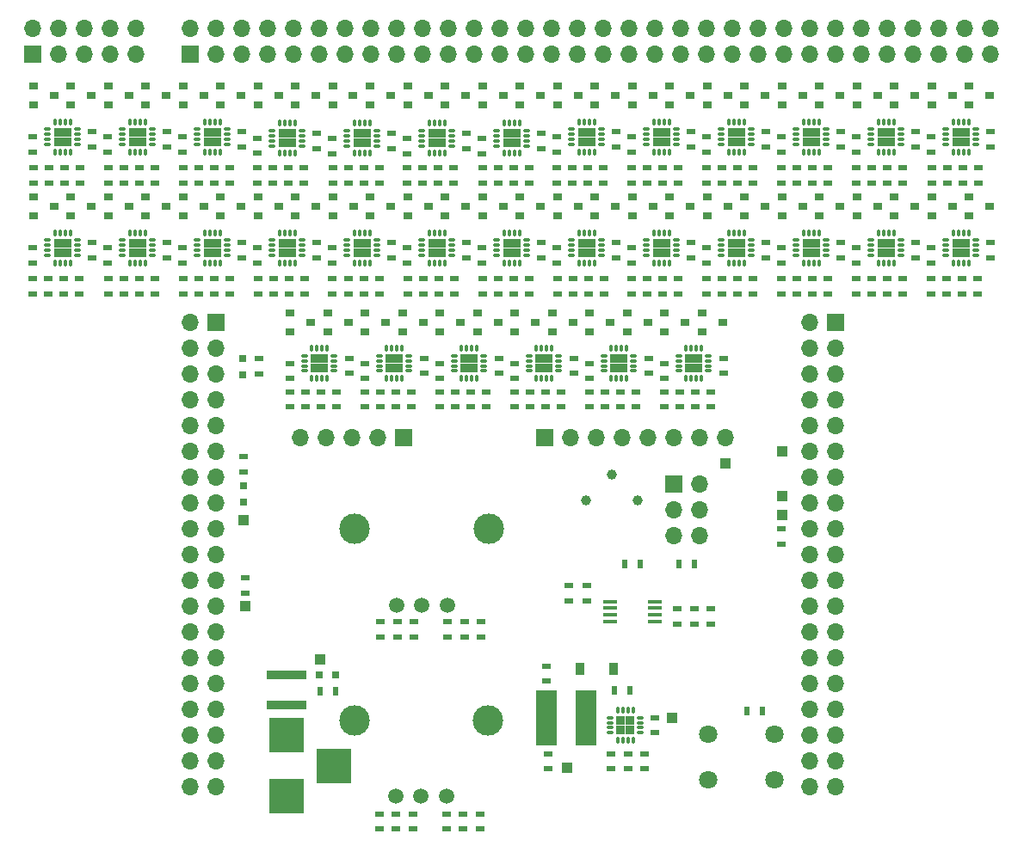
<source format=gbr>
G04 #@! TF.FileFunction,Soldermask,Top*
%FSLAX46Y46*%
G04 Gerber Fmt 4.6, Leading zero omitted, Abs format (unit mm)*
G04 Created by KiCad (PCBNEW 4.0.7-e2-6376~58~ubuntu17.04.1) date Wed Dec  6 15:02:30 2017*
%MOMM*%
%LPD*%
G01*
G04 APERTURE LIST*
%ADD10C,0.100000*%
%ADD11C,3.000000*%
%ADD12C,1.500000*%
%ADD13R,0.900000X0.500000*%
%ADD14C,1.800000*%
%ADD15R,0.800000X0.800000*%
%ADD16R,0.500000X0.900000*%
%ADD17R,1.000000X1.000000*%
%ADD18R,0.900000X1.200000*%
%ADD19O,0.750000X0.300000*%
%ADD20O,0.300000X0.750000*%
%ADD21R,0.900000X0.900000*%
%ADD22R,1.700000X1.700000*%
%ADD23O,1.700000X1.700000*%
%ADD24R,1.450000X0.450000*%
%ADD25R,2.150000X5.500000*%
%ADD26R,3.500000X3.500000*%
%ADD27C,1.000000*%
%ADD28R,0.900000X0.800000*%
%ADD29R,4.000000X0.900000*%
G04 APERTURE END LIST*
D10*
D11*
X34465000Y-52053000D03*
D12*
X43565000Y-59553000D03*
X38565000Y-59553000D03*
X41065000Y-59553000D03*
D11*
X47665000Y-52053000D03*
D13*
X40176000Y-81639000D03*
X40176000Y-80139000D03*
X36874000Y-81639000D03*
X36874000Y-80139000D03*
D14*
X75781000Y-72299000D03*
X75781000Y-76799000D03*
X69281000Y-72299000D03*
X69281000Y-76799000D03*
D13*
X2838000Y-18012000D03*
X2838000Y-16512000D03*
X38525000Y-81639000D03*
X38525000Y-80139000D03*
X24936000Y-28934000D03*
X24936000Y-27434000D03*
D15*
X23539000Y-49431000D03*
X23539000Y-47831000D03*
D13*
X23539000Y-46460000D03*
X23539000Y-44960000D03*
D16*
X73081000Y-70030500D03*
X74581000Y-70030500D03*
D13*
X46780000Y-81639000D03*
X46780000Y-80139000D03*
X45129000Y-81639000D03*
X45129000Y-80139000D03*
X37001000Y-62716000D03*
X37001000Y-61216000D03*
X45256000Y-62716000D03*
X45256000Y-61216000D03*
X46907000Y-62716000D03*
X46907000Y-61216000D03*
D17*
X31032000Y-64887000D03*
D18*
X56646000Y-65812000D03*
X59946000Y-65812000D03*
D19*
X7204000Y-25134000D03*
X7204000Y-24634000D03*
X7204000Y-24134000D03*
X7204000Y-23634000D03*
D20*
X6479000Y-22909000D03*
X5979000Y-22909000D03*
X5479000Y-22909000D03*
X4979000Y-22909000D03*
D19*
X4254000Y-23634000D03*
X4254000Y-24134000D03*
X4254000Y-24634000D03*
X4254000Y-25134000D03*
D20*
X4979000Y-25859000D03*
X5479000Y-25859000D03*
X5979000Y-25859000D03*
X6479000Y-25859000D03*
D21*
X5279000Y-23934000D03*
X5279000Y-24834000D03*
X6179000Y-23934000D03*
X6179000Y-24834000D03*
D13*
X66211000Y-59946000D03*
X66211000Y-61446000D03*
X67862000Y-59946000D03*
X67862000Y-61446000D03*
X69513000Y-59946000D03*
X69513000Y-61446000D03*
X59693000Y-74206000D03*
X59693000Y-75706000D03*
X61344000Y-74206000D03*
X61344000Y-75706000D03*
X62995000Y-74206000D03*
X62995000Y-75706000D03*
D15*
X30994000Y-66411000D03*
X32594000Y-66411000D03*
X23412000Y-36858000D03*
X23412000Y-35258000D03*
D22*
X18302000Y-5334000D03*
D23*
X18302000Y-2794000D03*
X20842000Y-5334000D03*
X20842000Y-2794000D03*
X23382000Y-5334000D03*
X23382000Y-2794000D03*
X25922000Y-5334000D03*
X25922000Y-2794000D03*
X28462000Y-5334000D03*
X28462000Y-2794000D03*
X31002000Y-5334000D03*
X31002000Y-2794000D03*
X33542000Y-5334000D03*
X33542000Y-2794000D03*
X36082000Y-5334000D03*
X36082000Y-2794000D03*
X38622000Y-5334000D03*
X38622000Y-2794000D03*
X41162000Y-5334000D03*
X41162000Y-2794000D03*
X43702000Y-5334000D03*
X43702000Y-2794000D03*
X46242000Y-5334000D03*
X46242000Y-2794000D03*
X48782000Y-5334000D03*
X48782000Y-2794000D03*
X51322000Y-5334000D03*
X51322000Y-2794000D03*
X53862000Y-5334000D03*
X53862000Y-2794000D03*
X56402000Y-5334000D03*
X56402000Y-2794000D03*
X58942000Y-5334000D03*
X58942000Y-2794000D03*
X61482000Y-5334000D03*
X61482000Y-2794000D03*
X64022000Y-5334000D03*
X64022000Y-2794000D03*
X66562000Y-5334000D03*
X66562000Y-2794000D03*
X69102000Y-5334000D03*
X69102000Y-2794000D03*
X71642000Y-5334000D03*
X71642000Y-2794000D03*
X74182000Y-5334000D03*
X74182000Y-2794000D03*
X76722000Y-5334000D03*
X76722000Y-2794000D03*
X79262000Y-5334000D03*
X79262000Y-2794000D03*
X81802000Y-5334000D03*
X81802000Y-2794000D03*
X84342000Y-5334000D03*
X84342000Y-2794000D03*
X86882000Y-5334000D03*
X86882000Y-2794000D03*
X89422000Y-5334000D03*
X89422000Y-2794000D03*
X91962000Y-5334000D03*
X91962000Y-2794000D03*
X94502000Y-5334000D03*
X94502000Y-2794000D03*
X97042000Y-5334000D03*
X97042000Y-2794000D03*
D22*
X65830000Y-47615000D03*
D23*
X68370000Y-47615000D03*
X65830000Y-50155000D03*
X68370000Y-50155000D03*
X65830000Y-52695000D03*
X68370000Y-52695000D03*
D22*
X39236200Y-43043000D03*
D23*
X36696200Y-43043000D03*
X34156200Y-43043000D03*
X31616200Y-43043000D03*
X29076200Y-43043000D03*
D22*
X2808000Y-5334000D03*
D23*
X2808000Y-2794000D03*
X5348000Y-5334000D03*
X5348000Y-2794000D03*
X7888000Y-5334000D03*
X7888000Y-2794000D03*
X10428000Y-5334000D03*
X10428000Y-2794000D03*
X12968000Y-5334000D03*
X12968000Y-2794000D03*
D22*
X20790000Y-31740000D03*
D23*
X18250000Y-31740000D03*
X20790000Y-34280000D03*
X18250000Y-34280000D03*
X20790000Y-36820000D03*
X18250000Y-36820000D03*
X20790000Y-39360000D03*
X18250000Y-39360000D03*
X20790000Y-41900000D03*
X18250000Y-41900000D03*
X20790000Y-44440000D03*
X18250000Y-44440000D03*
X20790000Y-46980000D03*
X18250000Y-46980000D03*
X20790000Y-49520000D03*
X18250000Y-49520000D03*
X20790000Y-52060000D03*
X18250000Y-52060000D03*
X20790000Y-54600000D03*
X18250000Y-54600000D03*
X20790000Y-57140000D03*
X18250000Y-57140000D03*
X20790000Y-59680000D03*
X18250000Y-59680000D03*
X20790000Y-62220000D03*
X18250000Y-62220000D03*
X20790000Y-64760000D03*
X18250000Y-64760000D03*
X20790000Y-67300000D03*
X18250000Y-67300000D03*
X20790000Y-69840000D03*
X18250000Y-69840000D03*
X20790000Y-72380000D03*
X18250000Y-72380000D03*
X20790000Y-74920000D03*
X18250000Y-74920000D03*
X20790000Y-77460000D03*
X18250000Y-77460000D03*
D22*
X81750000Y-31740000D03*
D23*
X79210000Y-31740000D03*
X81750000Y-34280000D03*
X79210000Y-34280000D03*
X81750000Y-36820000D03*
X79210000Y-36820000D03*
X81750000Y-39360000D03*
X79210000Y-39360000D03*
X81750000Y-41900000D03*
X79210000Y-41900000D03*
X81750000Y-44440000D03*
X79210000Y-44440000D03*
X81750000Y-46980000D03*
X79210000Y-46980000D03*
X81750000Y-49520000D03*
X79210000Y-49520000D03*
X81750000Y-52060000D03*
X79210000Y-52060000D03*
X81750000Y-54600000D03*
X79210000Y-54600000D03*
X81750000Y-57140000D03*
X79210000Y-57140000D03*
X81750000Y-59680000D03*
X79210000Y-59680000D03*
X81750000Y-62220000D03*
X79210000Y-62220000D03*
X81750000Y-64760000D03*
X79210000Y-64760000D03*
X81750000Y-67300000D03*
X79210000Y-67300000D03*
X81750000Y-69840000D03*
X79210000Y-69840000D03*
X81750000Y-72380000D03*
X79210000Y-72380000D03*
X81750000Y-74920000D03*
X79210000Y-74920000D03*
X81750000Y-77460000D03*
X79210000Y-77460000D03*
D13*
X57321000Y-57660000D03*
X57321000Y-59160000D03*
X55543000Y-57660000D03*
X55543000Y-59160000D03*
D16*
X61016000Y-55489000D03*
X62516000Y-55489000D03*
X67850000Y-55489000D03*
X66350000Y-55489000D03*
D13*
X5886000Y-18012000D03*
X5886000Y-16512000D03*
X7410000Y-18012000D03*
X7410000Y-16512000D03*
X8650000Y-14466000D03*
X8650000Y-12966000D03*
X2808000Y-14974000D03*
X2808000Y-13474000D03*
X4362000Y-18012000D03*
X4362000Y-16512000D03*
X5856000Y-28944000D03*
X5856000Y-27444000D03*
X7380000Y-28944000D03*
X7380000Y-27444000D03*
X8650000Y-25388000D03*
X8650000Y-23888000D03*
X2808000Y-25896000D03*
X2808000Y-24396000D03*
X2808000Y-28944000D03*
X2808000Y-27444000D03*
X4332000Y-28944000D03*
X4332000Y-27444000D03*
X13252000Y-18012000D03*
X13252000Y-16512000D03*
X14776000Y-18012000D03*
X14776000Y-16512000D03*
X16016000Y-14466000D03*
X16016000Y-12966000D03*
X10174000Y-14974000D03*
X10174000Y-13474000D03*
X10204000Y-18012000D03*
X10204000Y-16512000D03*
X11728000Y-18012000D03*
X11728000Y-16512000D03*
X13252000Y-28934000D03*
X13252000Y-27434000D03*
X14776000Y-28934000D03*
X14776000Y-27434000D03*
X16016000Y-25388000D03*
X16016000Y-23888000D03*
X10174000Y-25896000D03*
X10174000Y-24396000D03*
X10204000Y-28934000D03*
X10204000Y-27434000D03*
X11728000Y-28934000D03*
X11728000Y-27434000D03*
X20618000Y-18012000D03*
X20618000Y-16512000D03*
X22142000Y-18012000D03*
X22142000Y-16512000D03*
X23361200Y-14456000D03*
X23361200Y-12956000D03*
X17540000Y-14974000D03*
X17540000Y-13474000D03*
X17570000Y-18012000D03*
X17570000Y-16512000D03*
X19094000Y-18012000D03*
X19094000Y-16512000D03*
X20618000Y-28934000D03*
X20618000Y-27434000D03*
X22142000Y-28934000D03*
X22142000Y-27434000D03*
X23382000Y-25388000D03*
X23382000Y-23888000D03*
X17540000Y-25896000D03*
X17540000Y-24396000D03*
X17570000Y-28934000D03*
X17570000Y-27434000D03*
X19094000Y-28934000D03*
X19094000Y-27434000D03*
X27954000Y-18022000D03*
X27954000Y-16522000D03*
X29478000Y-18022000D03*
X29478000Y-16522000D03*
X30748000Y-14593000D03*
X30748000Y-13093000D03*
X24885200Y-15091000D03*
X24885200Y-13591000D03*
X24906000Y-18022000D03*
X24906000Y-16522000D03*
X26430000Y-18022000D03*
X26430000Y-16522000D03*
X27984000Y-28934000D03*
X27984000Y-27434000D03*
X29508000Y-28934000D03*
X29508000Y-27434000D03*
X30748000Y-25388000D03*
X30748000Y-23888000D03*
X24906000Y-25896000D03*
X24906000Y-24396000D03*
X26460000Y-28934000D03*
X26460000Y-27434000D03*
X35350000Y-18012000D03*
X35350000Y-16512000D03*
X36874000Y-18012000D03*
X36874000Y-16512000D03*
X38114000Y-14593000D03*
X38114000Y-13093000D03*
X32272000Y-15101000D03*
X32272000Y-13601000D03*
X32302000Y-18012000D03*
X32302000Y-16512000D03*
X33826000Y-18012000D03*
X33826000Y-16512000D03*
X35350000Y-28934000D03*
X35350000Y-27434000D03*
X36874000Y-28934000D03*
X36874000Y-27434000D03*
X38114000Y-25388000D03*
X38114000Y-23888000D03*
X32272000Y-25896000D03*
X32272000Y-24396000D03*
X32272000Y-28944000D03*
X32272000Y-27444000D03*
X33826000Y-28934000D03*
X33826000Y-27434000D03*
X42686000Y-18022000D03*
X42686000Y-16522000D03*
X44210000Y-18022000D03*
X44210000Y-16522000D03*
X45480000Y-14593000D03*
X45480000Y-13093000D03*
X39638000Y-15101000D03*
X39638000Y-13601000D03*
X39638000Y-18022000D03*
X39638000Y-16522000D03*
X41162000Y-18022000D03*
X41162000Y-16522000D03*
X42716000Y-28934000D03*
X42716000Y-27434000D03*
X44240000Y-28934000D03*
X44240000Y-27434000D03*
X45480000Y-25388000D03*
X45480000Y-23888000D03*
X39638000Y-25896000D03*
X39638000Y-24396000D03*
X39668000Y-28934000D03*
X39668000Y-27434000D03*
X41192000Y-28934000D03*
X41192000Y-27434000D03*
X50082000Y-18012000D03*
X50082000Y-16512000D03*
X51606000Y-18012000D03*
X51606000Y-16512000D03*
X52846000Y-14593000D03*
X52846000Y-13093000D03*
X47004000Y-15101000D03*
X47004000Y-13601000D03*
X47034000Y-18012000D03*
X47034000Y-16512000D03*
X48558000Y-18012000D03*
X48558000Y-16512000D03*
X50082000Y-28934000D03*
X50082000Y-27434000D03*
X51606000Y-28934000D03*
X51606000Y-27434000D03*
X52846000Y-25388000D03*
X52846000Y-23888000D03*
X47004000Y-25896000D03*
X47004000Y-24396000D03*
X47034000Y-28934000D03*
X47034000Y-27434000D03*
X48558000Y-28934000D03*
X48558000Y-27434000D03*
X57418000Y-18022000D03*
X57418000Y-16522000D03*
X58942000Y-18022000D03*
X58942000Y-16522000D03*
X60212000Y-14466000D03*
X60212000Y-12966000D03*
X54370000Y-14974000D03*
X54370000Y-13474000D03*
X54370000Y-18022000D03*
X54370000Y-16522000D03*
X55894000Y-18022000D03*
X55894000Y-16522000D03*
X57448000Y-28934000D03*
X57448000Y-27434000D03*
X58972000Y-28934000D03*
X58972000Y-27434000D03*
X60212000Y-25388000D03*
X60212000Y-23888000D03*
X54370000Y-25896000D03*
X54370000Y-24396000D03*
X54400000Y-28934000D03*
X54400000Y-27434000D03*
X55924000Y-28934000D03*
X55924000Y-27434000D03*
X67933600Y-40069200D03*
X67933600Y-38569200D03*
X69457600Y-40069200D03*
X69457600Y-38569200D03*
X70727600Y-36767200D03*
X70727600Y-35267200D03*
X64885600Y-37275200D03*
X64885600Y-35775200D03*
X64885600Y-40069200D03*
X64885600Y-38569200D03*
X66409600Y-40069200D03*
X66409600Y-38569200D03*
X60567600Y-40069200D03*
X60567600Y-38569200D03*
X62091600Y-40069200D03*
X62091600Y-38569200D03*
X63361600Y-36767200D03*
X63361600Y-35267200D03*
X57519600Y-37275200D03*
X57519600Y-35775200D03*
X57519600Y-40069200D03*
X57519600Y-38569200D03*
X59043600Y-40069200D03*
X59043600Y-38569200D03*
X53201600Y-40069200D03*
X53201600Y-38569200D03*
X54725600Y-40069200D03*
X54725600Y-38569200D03*
X55995600Y-36767200D03*
X55995600Y-35267200D03*
X50153600Y-37275200D03*
X50153600Y-35775200D03*
X50153600Y-40069200D03*
X50153600Y-38569200D03*
X51677600Y-40069200D03*
X51677600Y-38569200D03*
X45835600Y-40069200D03*
X45835600Y-38569200D03*
X47359600Y-40069200D03*
X47359600Y-38569200D03*
X48629600Y-36767200D03*
X48629600Y-35267200D03*
X42787600Y-37275200D03*
X42787600Y-35775200D03*
X42787600Y-40069200D03*
X42787600Y-38569200D03*
X44311600Y-40069200D03*
X44311600Y-38569200D03*
X38469600Y-40069200D03*
X38469600Y-38569200D03*
X39993600Y-40069200D03*
X39993600Y-38569200D03*
X41263600Y-36767200D03*
X41263600Y-35267200D03*
X35421600Y-37275200D03*
X35421600Y-35775200D03*
X35421600Y-40069200D03*
X35421600Y-38569200D03*
X36945600Y-40069200D03*
X36945600Y-38569200D03*
X31103600Y-40069200D03*
X31103600Y-38569200D03*
X32627600Y-40069200D03*
X32627600Y-38569200D03*
X33897600Y-36767200D03*
X33897600Y-35267200D03*
X28055600Y-37275200D03*
X28055600Y-35775200D03*
X28055600Y-40069200D03*
X28055600Y-38569200D03*
X29579600Y-40069200D03*
X29579600Y-38569200D03*
X94248000Y-28944000D03*
X94248000Y-27444000D03*
X95772000Y-28944000D03*
X95772000Y-27444000D03*
X97042000Y-25388000D03*
X97042000Y-23888000D03*
X91200000Y-25896000D03*
X91200000Y-24396000D03*
X91200000Y-28944000D03*
X91200000Y-27444000D03*
X92724000Y-28944000D03*
X92724000Y-27444000D03*
X94278000Y-18012000D03*
X94278000Y-16512000D03*
X95802000Y-18012000D03*
X95802000Y-16512000D03*
X97042000Y-14466000D03*
X97042000Y-12966000D03*
X91200000Y-14974000D03*
X91200000Y-13474000D03*
X91230000Y-18012000D03*
X91230000Y-16512000D03*
X92754000Y-18012000D03*
X92754000Y-16512000D03*
X86882000Y-28944000D03*
X86882000Y-27444000D03*
X88406000Y-28944000D03*
X88406000Y-27444000D03*
X89676000Y-25388000D03*
X89676000Y-23888000D03*
X83834000Y-25896000D03*
X83834000Y-24396000D03*
X83834000Y-28944000D03*
X83834000Y-27444000D03*
X85358000Y-28944000D03*
X85358000Y-27444000D03*
X86882000Y-18022000D03*
X86882000Y-16522000D03*
X88406000Y-18022000D03*
X88406000Y-16522000D03*
X89676000Y-14466000D03*
X89676000Y-12966000D03*
X83834000Y-14974000D03*
X83834000Y-13474000D03*
X83834000Y-18022000D03*
X83834000Y-16522000D03*
X85358000Y-18022000D03*
X85358000Y-16522000D03*
X79516000Y-28944000D03*
X79516000Y-27444000D03*
X81040000Y-28944000D03*
X81040000Y-27444000D03*
X82310000Y-25388000D03*
X82310000Y-23888000D03*
X76468000Y-25896000D03*
X76468000Y-24396000D03*
X76468000Y-28944000D03*
X76468000Y-27444000D03*
X77992000Y-28944000D03*
X77992000Y-27444000D03*
X79516000Y-18022000D03*
X79516000Y-16522000D03*
X81040000Y-18022000D03*
X81040000Y-16522000D03*
X82310000Y-14466000D03*
X82310000Y-12966000D03*
X76468000Y-14974000D03*
X76468000Y-13474000D03*
X76468000Y-18022000D03*
X76468000Y-16522000D03*
X77992000Y-18022000D03*
X77992000Y-16522000D03*
X72150000Y-28944000D03*
X72150000Y-27444000D03*
X73674000Y-28944000D03*
X73674000Y-27444000D03*
X74944000Y-25388000D03*
X74944000Y-23888000D03*
X69102000Y-25896000D03*
X69102000Y-24396000D03*
X69102000Y-28944000D03*
X69102000Y-27444000D03*
X70626000Y-28944000D03*
X70626000Y-27444000D03*
X72150000Y-18022000D03*
X72150000Y-16522000D03*
X73674000Y-18022000D03*
X73674000Y-16522000D03*
X74923200Y-14456000D03*
X74923200Y-12956000D03*
X69102000Y-14974000D03*
X69102000Y-13474000D03*
X69102000Y-18022000D03*
X69102000Y-16522000D03*
X70626000Y-18022000D03*
X70626000Y-16522000D03*
X64784000Y-28944000D03*
X64784000Y-27444000D03*
X66308000Y-28944000D03*
X66308000Y-27444000D03*
X67578000Y-25388000D03*
X67578000Y-23888000D03*
X61736000Y-25896000D03*
X61736000Y-24396000D03*
X61736000Y-28944000D03*
X61736000Y-27444000D03*
X63260000Y-28944000D03*
X63260000Y-27444000D03*
X64784000Y-18022000D03*
X64784000Y-16522000D03*
X66308000Y-18022000D03*
X66308000Y-16522000D03*
X67578000Y-14466000D03*
X67578000Y-12966000D03*
X61736000Y-14974000D03*
X61736000Y-13474000D03*
X61736000Y-18022000D03*
X61736000Y-16522000D03*
X63260000Y-18022000D03*
X63260000Y-16522000D03*
X64011000Y-72150000D03*
X64011000Y-70650000D03*
D16*
X32544000Y-68062000D03*
X31044000Y-68062000D03*
D13*
X25063000Y-35308000D03*
X25063000Y-36808000D03*
X23666000Y-56898000D03*
X23666000Y-58398000D03*
X76468000Y-53582000D03*
X76468000Y-52082000D03*
X43478000Y-81639000D03*
X43478000Y-80139000D03*
X43605000Y-62716000D03*
X43605000Y-61216000D03*
X40303000Y-62716000D03*
X40303000Y-61216000D03*
X38652000Y-62716000D03*
X38652000Y-61216000D03*
D17*
X65662000Y-70638000D03*
X23539000Y-51171000D03*
X55375000Y-75591000D03*
X76498000Y-48821500D03*
X76498000Y-44440000D03*
X23666000Y-59680000D03*
X76498000Y-50663000D03*
D19*
X14570000Y-14212000D03*
X14570000Y-13712000D03*
X14570000Y-13212000D03*
X14570000Y-12712000D03*
D20*
X13845000Y-11987000D03*
X13345000Y-11987000D03*
X12845000Y-11987000D03*
X12345000Y-11987000D03*
D19*
X11620000Y-12712000D03*
X11620000Y-13212000D03*
X11620000Y-13712000D03*
X11620000Y-14212000D03*
D20*
X12345000Y-14937000D03*
X12845000Y-14937000D03*
X13345000Y-14937000D03*
X13845000Y-14937000D03*
D21*
X12645000Y-13012000D03*
X12645000Y-13912000D03*
X13545000Y-13012000D03*
X13545000Y-13912000D03*
D19*
X14570000Y-25134000D03*
X14570000Y-24634000D03*
X14570000Y-24134000D03*
X14570000Y-23634000D03*
D20*
X13845000Y-22909000D03*
X13345000Y-22909000D03*
X12845000Y-22909000D03*
X12345000Y-22909000D03*
D19*
X11620000Y-23634000D03*
X11620000Y-24134000D03*
X11620000Y-24634000D03*
X11620000Y-25134000D03*
D20*
X12345000Y-25859000D03*
X12845000Y-25859000D03*
X13345000Y-25859000D03*
X13845000Y-25859000D03*
D21*
X12645000Y-23934000D03*
X12645000Y-24834000D03*
X13545000Y-23934000D03*
X13545000Y-24834000D03*
D19*
X21936000Y-14212000D03*
X21936000Y-13712000D03*
X21936000Y-13212000D03*
X21936000Y-12712000D03*
D20*
X21211000Y-11987000D03*
X20711000Y-11987000D03*
X20211000Y-11987000D03*
X19711000Y-11987000D03*
D19*
X18986000Y-12712000D03*
X18986000Y-13212000D03*
X18986000Y-13712000D03*
X18986000Y-14212000D03*
D20*
X19711000Y-14937000D03*
X20211000Y-14937000D03*
X20711000Y-14937000D03*
X21211000Y-14937000D03*
D21*
X20011000Y-13012000D03*
X20011000Y-13912000D03*
X20911000Y-13012000D03*
X20911000Y-13912000D03*
D19*
X21936000Y-25134000D03*
X21936000Y-24634000D03*
X21936000Y-24134000D03*
X21936000Y-23634000D03*
D20*
X21211000Y-22909000D03*
X20711000Y-22909000D03*
X20211000Y-22909000D03*
X19711000Y-22909000D03*
D19*
X18986000Y-23634000D03*
X18986000Y-24134000D03*
X18986000Y-24634000D03*
X18986000Y-25134000D03*
D20*
X19711000Y-25859000D03*
X20211000Y-25859000D03*
X20711000Y-25859000D03*
X21211000Y-25859000D03*
D21*
X20011000Y-23934000D03*
X20011000Y-24834000D03*
X20911000Y-23934000D03*
X20911000Y-24834000D03*
D19*
X29302000Y-14339000D03*
X29302000Y-13839000D03*
X29302000Y-13339000D03*
X29302000Y-12839000D03*
D20*
X28577000Y-12114000D03*
X28077000Y-12114000D03*
X27577000Y-12114000D03*
X27077000Y-12114000D03*
D19*
X26352000Y-12839000D03*
X26352000Y-13339000D03*
X26352000Y-13839000D03*
X26352000Y-14339000D03*
D20*
X27077000Y-15064000D03*
X27577000Y-15064000D03*
X28077000Y-15064000D03*
X28577000Y-15064000D03*
D21*
X27377000Y-13139000D03*
X27377000Y-14039000D03*
X28277000Y-13139000D03*
X28277000Y-14039000D03*
D19*
X29302000Y-25134000D03*
X29302000Y-24634000D03*
X29302000Y-24134000D03*
X29302000Y-23634000D03*
D20*
X28577000Y-22909000D03*
X28077000Y-22909000D03*
X27577000Y-22909000D03*
X27077000Y-22909000D03*
D19*
X26352000Y-23634000D03*
X26352000Y-24134000D03*
X26352000Y-24634000D03*
X26352000Y-25134000D03*
D20*
X27077000Y-25859000D03*
X27577000Y-25859000D03*
X28077000Y-25859000D03*
X28577000Y-25859000D03*
D21*
X27377000Y-23934000D03*
X27377000Y-24834000D03*
X28277000Y-23934000D03*
X28277000Y-24834000D03*
D19*
X36668000Y-14339000D03*
X36668000Y-13839000D03*
X36668000Y-13339000D03*
X36668000Y-12839000D03*
D20*
X35943000Y-12114000D03*
X35443000Y-12114000D03*
X34943000Y-12114000D03*
X34443000Y-12114000D03*
D19*
X33718000Y-12839000D03*
X33718000Y-13339000D03*
X33718000Y-13839000D03*
X33718000Y-14339000D03*
D20*
X34443000Y-15064000D03*
X34943000Y-15064000D03*
X35443000Y-15064000D03*
X35943000Y-15064000D03*
D21*
X34743000Y-13139000D03*
X34743000Y-14039000D03*
X35643000Y-13139000D03*
X35643000Y-14039000D03*
D19*
X36668000Y-25134000D03*
X36668000Y-24634000D03*
X36668000Y-24134000D03*
X36668000Y-23634000D03*
D20*
X35943000Y-22909000D03*
X35443000Y-22909000D03*
X34943000Y-22909000D03*
X34443000Y-22909000D03*
D19*
X33718000Y-23634000D03*
X33718000Y-24134000D03*
X33718000Y-24634000D03*
X33718000Y-25134000D03*
D20*
X34443000Y-25859000D03*
X34943000Y-25859000D03*
X35443000Y-25859000D03*
X35943000Y-25859000D03*
D21*
X34743000Y-23934000D03*
X34743000Y-24834000D03*
X35643000Y-23934000D03*
X35643000Y-24834000D03*
D19*
X44034000Y-14339000D03*
X44034000Y-13839000D03*
X44034000Y-13339000D03*
X44034000Y-12839000D03*
D20*
X43309000Y-12114000D03*
X42809000Y-12114000D03*
X42309000Y-12114000D03*
X41809000Y-12114000D03*
D19*
X41084000Y-12839000D03*
X41084000Y-13339000D03*
X41084000Y-13839000D03*
X41084000Y-14339000D03*
D20*
X41809000Y-15064000D03*
X42309000Y-15064000D03*
X42809000Y-15064000D03*
X43309000Y-15064000D03*
D21*
X42109000Y-13139000D03*
X42109000Y-14039000D03*
X43009000Y-13139000D03*
X43009000Y-14039000D03*
D19*
X44034000Y-25134000D03*
X44034000Y-24634000D03*
X44034000Y-24134000D03*
X44034000Y-23634000D03*
D20*
X43309000Y-22909000D03*
X42809000Y-22909000D03*
X42309000Y-22909000D03*
X41809000Y-22909000D03*
D19*
X41084000Y-23634000D03*
X41084000Y-24134000D03*
X41084000Y-24634000D03*
X41084000Y-25134000D03*
D20*
X41809000Y-25859000D03*
X42309000Y-25859000D03*
X42809000Y-25859000D03*
X43309000Y-25859000D03*
D21*
X42109000Y-23934000D03*
X42109000Y-24834000D03*
X43009000Y-23934000D03*
X43009000Y-24834000D03*
D19*
X51400000Y-14339000D03*
X51400000Y-13839000D03*
X51400000Y-13339000D03*
X51400000Y-12839000D03*
D20*
X50675000Y-12114000D03*
X50175000Y-12114000D03*
X49675000Y-12114000D03*
X49175000Y-12114000D03*
D19*
X48450000Y-12839000D03*
X48450000Y-13339000D03*
X48450000Y-13839000D03*
X48450000Y-14339000D03*
D20*
X49175000Y-15064000D03*
X49675000Y-15064000D03*
X50175000Y-15064000D03*
X50675000Y-15064000D03*
D21*
X49475000Y-13139000D03*
X49475000Y-14039000D03*
X50375000Y-13139000D03*
X50375000Y-14039000D03*
D19*
X51400000Y-25134000D03*
X51400000Y-24634000D03*
X51400000Y-24134000D03*
X51400000Y-23634000D03*
D20*
X50675000Y-22909000D03*
X50175000Y-22909000D03*
X49675000Y-22909000D03*
X49175000Y-22909000D03*
D19*
X48450000Y-23634000D03*
X48450000Y-24134000D03*
X48450000Y-24634000D03*
X48450000Y-25134000D03*
D20*
X49175000Y-25859000D03*
X49675000Y-25859000D03*
X50175000Y-25859000D03*
X50675000Y-25859000D03*
D21*
X49475000Y-23934000D03*
X49475000Y-24834000D03*
X50375000Y-23934000D03*
X50375000Y-24834000D03*
D19*
X58766000Y-14212000D03*
X58766000Y-13712000D03*
X58766000Y-13212000D03*
X58766000Y-12712000D03*
D20*
X58041000Y-11987000D03*
X57541000Y-11987000D03*
X57041000Y-11987000D03*
X56541000Y-11987000D03*
D19*
X55816000Y-12712000D03*
X55816000Y-13212000D03*
X55816000Y-13712000D03*
X55816000Y-14212000D03*
D20*
X56541000Y-14937000D03*
X57041000Y-14937000D03*
X57541000Y-14937000D03*
X58041000Y-14937000D03*
D21*
X56841000Y-13012000D03*
X56841000Y-13912000D03*
X57741000Y-13012000D03*
X57741000Y-13912000D03*
D19*
X58766000Y-25134000D03*
X58766000Y-24634000D03*
X58766000Y-24134000D03*
X58766000Y-23634000D03*
D20*
X58041000Y-22909000D03*
X57541000Y-22909000D03*
X57041000Y-22909000D03*
X56541000Y-22909000D03*
D19*
X55816000Y-23634000D03*
X55816000Y-24134000D03*
X55816000Y-24634000D03*
X55816000Y-25134000D03*
D20*
X56541000Y-25859000D03*
X57041000Y-25859000D03*
X57541000Y-25859000D03*
X58041000Y-25859000D03*
D21*
X56841000Y-23934000D03*
X56841000Y-24834000D03*
X57741000Y-23934000D03*
X57741000Y-24834000D03*
D19*
X66132000Y-14212000D03*
X66132000Y-13712000D03*
X66132000Y-13212000D03*
X66132000Y-12712000D03*
D20*
X65407000Y-11987000D03*
X64907000Y-11987000D03*
X64407000Y-11987000D03*
X63907000Y-11987000D03*
D19*
X63182000Y-12712000D03*
X63182000Y-13212000D03*
X63182000Y-13712000D03*
X63182000Y-14212000D03*
D20*
X63907000Y-14937000D03*
X64407000Y-14937000D03*
X64907000Y-14937000D03*
X65407000Y-14937000D03*
D21*
X64207000Y-13012000D03*
X64207000Y-13912000D03*
X65107000Y-13012000D03*
X65107000Y-13912000D03*
D19*
X66132000Y-25134000D03*
X66132000Y-24634000D03*
X66132000Y-24134000D03*
X66132000Y-23634000D03*
D20*
X65407000Y-22909000D03*
X64907000Y-22909000D03*
X64407000Y-22909000D03*
X63907000Y-22909000D03*
D19*
X63182000Y-23634000D03*
X63182000Y-24134000D03*
X63182000Y-24634000D03*
X63182000Y-25134000D03*
D20*
X63907000Y-25859000D03*
X64407000Y-25859000D03*
X64907000Y-25859000D03*
X65407000Y-25859000D03*
D21*
X64207000Y-23934000D03*
X64207000Y-24834000D03*
X65107000Y-23934000D03*
X65107000Y-24834000D03*
D19*
X73498000Y-14212000D03*
X73498000Y-13712000D03*
X73498000Y-13212000D03*
X73498000Y-12712000D03*
D20*
X72773000Y-11987000D03*
X72273000Y-11987000D03*
X71773000Y-11987000D03*
X71273000Y-11987000D03*
D19*
X70548000Y-12712000D03*
X70548000Y-13212000D03*
X70548000Y-13712000D03*
X70548000Y-14212000D03*
D20*
X71273000Y-14937000D03*
X71773000Y-14937000D03*
X72273000Y-14937000D03*
X72773000Y-14937000D03*
D21*
X71573000Y-13012000D03*
X71573000Y-13912000D03*
X72473000Y-13012000D03*
X72473000Y-13912000D03*
D19*
X73498000Y-25134000D03*
X73498000Y-24634000D03*
X73498000Y-24134000D03*
X73498000Y-23634000D03*
D20*
X72773000Y-22909000D03*
X72273000Y-22909000D03*
X71773000Y-22909000D03*
X71273000Y-22909000D03*
D19*
X70548000Y-23634000D03*
X70548000Y-24134000D03*
X70548000Y-24634000D03*
X70548000Y-25134000D03*
D20*
X71273000Y-25859000D03*
X71773000Y-25859000D03*
X72273000Y-25859000D03*
X72773000Y-25859000D03*
D21*
X71573000Y-23934000D03*
X71573000Y-24834000D03*
X72473000Y-23934000D03*
X72473000Y-24834000D03*
D19*
X80864000Y-14212000D03*
X80864000Y-13712000D03*
X80864000Y-13212000D03*
X80864000Y-12712000D03*
D20*
X80139000Y-11987000D03*
X79639000Y-11987000D03*
X79139000Y-11987000D03*
X78639000Y-11987000D03*
D19*
X77914000Y-12712000D03*
X77914000Y-13212000D03*
X77914000Y-13712000D03*
X77914000Y-14212000D03*
D20*
X78639000Y-14937000D03*
X79139000Y-14937000D03*
X79639000Y-14937000D03*
X80139000Y-14937000D03*
D21*
X78939000Y-13012000D03*
X78939000Y-13912000D03*
X79839000Y-13012000D03*
X79839000Y-13912000D03*
D19*
X80864000Y-25134000D03*
X80864000Y-24634000D03*
X80864000Y-24134000D03*
X80864000Y-23634000D03*
D20*
X80139000Y-22909000D03*
X79639000Y-22909000D03*
X79139000Y-22909000D03*
X78639000Y-22909000D03*
D19*
X77914000Y-23634000D03*
X77914000Y-24134000D03*
X77914000Y-24634000D03*
X77914000Y-25134000D03*
D20*
X78639000Y-25859000D03*
X79139000Y-25859000D03*
X79639000Y-25859000D03*
X80139000Y-25859000D03*
D21*
X78939000Y-23934000D03*
X78939000Y-24834000D03*
X79839000Y-23934000D03*
X79839000Y-24834000D03*
D19*
X88230000Y-14212000D03*
X88230000Y-13712000D03*
X88230000Y-13212000D03*
X88230000Y-12712000D03*
D20*
X87505000Y-11987000D03*
X87005000Y-11987000D03*
X86505000Y-11987000D03*
X86005000Y-11987000D03*
D19*
X85280000Y-12712000D03*
X85280000Y-13212000D03*
X85280000Y-13712000D03*
X85280000Y-14212000D03*
D20*
X86005000Y-14937000D03*
X86505000Y-14937000D03*
X87005000Y-14937000D03*
X87505000Y-14937000D03*
D21*
X86305000Y-13012000D03*
X86305000Y-13912000D03*
X87205000Y-13012000D03*
X87205000Y-13912000D03*
D19*
X88230000Y-25134000D03*
X88230000Y-24634000D03*
X88230000Y-24134000D03*
X88230000Y-23634000D03*
D20*
X87505000Y-22909000D03*
X87005000Y-22909000D03*
X86505000Y-22909000D03*
X86005000Y-22909000D03*
D19*
X85280000Y-23634000D03*
X85280000Y-24134000D03*
X85280000Y-24634000D03*
X85280000Y-25134000D03*
D20*
X86005000Y-25859000D03*
X86505000Y-25859000D03*
X87005000Y-25859000D03*
X87505000Y-25859000D03*
D21*
X86305000Y-23934000D03*
X86305000Y-24834000D03*
X87205000Y-23934000D03*
X87205000Y-24834000D03*
D19*
X95596000Y-14212000D03*
X95596000Y-13712000D03*
X95596000Y-13212000D03*
X95596000Y-12712000D03*
D20*
X94871000Y-11987000D03*
X94371000Y-11987000D03*
X93871000Y-11987000D03*
X93371000Y-11987000D03*
D19*
X92646000Y-12712000D03*
X92646000Y-13212000D03*
X92646000Y-13712000D03*
X92646000Y-14212000D03*
D20*
X93371000Y-14937000D03*
X93871000Y-14937000D03*
X94371000Y-14937000D03*
X94871000Y-14937000D03*
D21*
X93671000Y-13012000D03*
X93671000Y-13912000D03*
X94571000Y-13012000D03*
X94571000Y-13912000D03*
D19*
X95596000Y-25134000D03*
X95596000Y-24634000D03*
X95596000Y-24134000D03*
X95596000Y-23634000D03*
D20*
X94871000Y-22909000D03*
X94371000Y-22909000D03*
X93871000Y-22909000D03*
X93371000Y-22909000D03*
D19*
X92646000Y-23634000D03*
X92646000Y-24134000D03*
X92646000Y-24634000D03*
X92646000Y-25134000D03*
D20*
X93371000Y-25859000D03*
X93871000Y-25859000D03*
X94371000Y-25859000D03*
X94871000Y-25859000D03*
D21*
X93671000Y-23934000D03*
X93671000Y-24834000D03*
X94571000Y-23934000D03*
X94571000Y-24834000D03*
D19*
X32451600Y-36513200D03*
X32451600Y-36013200D03*
X32451600Y-35513200D03*
X32451600Y-35013200D03*
D20*
X31726600Y-34288200D03*
X31226600Y-34288200D03*
X30726600Y-34288200D03*
X30226600Y-34288200D03*
D19*
X29501600Y-35013200D03*
X29501600Y-35513200D03*
X29501600Y-36013200D03*
X29501600Y-36513200D03*
D20*
X30226600Y-37238200D03*
X30726600Y-37238200D03*
X31226600Y-37238200D03*
X31726600Y-37238200D03*
D21*
X30526600Y-35313200D03*
X30526600Y-36213200D03*
X31426600Y-35313200D03*
X31426600Y-36213200D03*
D19*
X39817600Y-36513200D03*
X39817600Y-36013200D03*
X39817600Y-35513200D03*
X39817600Y-35013200D03*
D20*
X39092600Y-34288200D03*
X38592600Y-34288200D03*
X38092600Y-34288200D03*
X37592600Y-34288200D03*
D19*
X36867600Y-35013200D03*
X36867600Y-35513200D03*
X36867600Y-36013200D03*
X36867600Y-36513200D03*
D20*
X37592600Y-37238200D03*
X38092600Y-37238200D03*
X38592600Y-37238200D03*
X39092600Y-37238200D03*
D21*
X37892600Y-35313200D03*
X37892600Y-36213200D03*
X38792600Y-35313200D03*
X38792600Y-36213200D03*
D19*
X47183600Y-36513200D03*
X47183600Y-36013200D03*
X47183600Y-35513200D03*
X47183600Y-35013200D03*
D20*
X46458600Y-34288200D03*
X45958600Y-34288200D03*
X45458600Y-34288200D03*
X44958600Y-34288200D03*
D19*
X44233600Y-35013200D03*
X44233600Y-35513200D03*
X44233600Y-36013200D03*
X44233600Y-36513200D03*
D20*
X44958600Y-37238200D03*
X45458600Y-37238200D03*
X45958600Y-37238200D03*
X46458600Y-37238200D03*
D21*
X45258600Y-35313200D03*
X45258600Y-36213200D03*
X46158600Y-35313200D03*
X46158600Y-36213200D03*
D19*
X54549600Y-36513200D03*
X54549600Y-36013200D03*
X54549600Y-35513200D03*
X54549600Y-35013200D03*
D20*
X53824600Y-34288200D03*
X53324600Y-34288200D03*
X52824600Y-34288200D03*
X52324600Y-34288200D03*
D19*
X51599600Y-35013200D03*
X51599600Y-35513200D03*
X51599600Y-36013200D03*
X51599600Y-36513200D03*
D20*
X52324600Y-37238200D03*
X52824600Y-37238200D03*
X53324600Y-37238200D03*
X53824600Y-37238200D03*
D21*
X52624600Y-35313200D03*
X52624600Y-36213200D03*
X53524600Y-35313200D03*
X53524600Y-36213200D03*
D19*
X61915600Y-36513200D03*
X61915600Y-36013200D03*
X61915600Y-35513200D03*
X61915600Y-35013200D03*
D20*
X61190600Y-34288200D03*
X60690600Y-34288200D03*
X60190600Y-34288200D03*
X59690600Y-34288200D03*
D19*
X58965600Y-35013200D03*
X58965600Y-35513200D03*
X58965600Y-36013200D03*
X58965600Y-36513200D03*
D20*
X59690600Y-37238200D03*
X60190600Y-37238200D03*
X60690600Y-37238200D03*
X61190600Y-37238200D03*
D21*
X59990600Y-35313200D03*
X59990600Y-36213200D03*
X60890600Y-35313200D03*
X60890600Y-36213200D03*
D19*
X69281600Y-36513200D03*
X69281600Y-36013200D03*
X69281600Y-35513200D03*
X69281600Y-35013200D03*
D20*
X68556600Y-34288200D03*
X68056600Y-34288200D03*
X67556600Y-34288200D03*
X67056600Y-34288200D03*
D19*
X66331600Y-35013200D03*
X66331600Y-35513200D03*
X66331600Y-36013200D03*
X66331600Y-36513200D03*
D20*
X67056600Y-37238200D03*
X67556600Y-37238200D03*
X68056600Y-37238200D03*
X68556600Y-37238200D03*
D21*
X67356600Y-35313200D03*
X67356600Y-36213200D03*
X68256600Y-35313200D03*
X68256600Y-36213200D03*
D20*
X60340000Y-72875000D03*
X60840000Y-72875000D03*
X61340000Y-72875000D03*
X61840000Y-72875000D03*
D19*
X62565000Y-72150000D03*
X62565000Y-71650000D03*
X62565000Y-71150000D03*
X62565000Y-70650000D03*
D20*
X61840000Y-69925000D03*
X61340000Y-69925000D03*
X60840000Y-69925000D03*
X60340000Y-69925000D03*
D19*
X59615000Y-70650000D03*
X59615000Y-71150000D03*
X59615000Y-71650000D03*
X59615000Y-72150000D03*
D21*
X61540000Y-70950000D03*
X60640000Y-70950000D03*
X61540000Y-71850000D03*
X60640000Y-71850000D03*
D19*
X7204000Y-14212000D03*
X7204000Y-13712000D03*
X7204000Y-13212000D03*
X7204000Y-12712000D03*
D20*
X6479000Y-11987000D03*
X5979000Y-11987000D03*
X5479000Y-11987000D03*
X4979000Y-11987000D03*
D19*
X4254000Y-12712000D03*
X4254000Y-13212000D03*
X4254000Y-13712000D03*
X4254000Y-14212000D03*
D20*
X4979000Y-14937000D03*
X5479000Y-14937000D03*
X5979000Y-14937000D03*
X6479000Y-14937000D03*
D21*
X5279000Y-13012000D03*
X5279000Y-13912000D03*
X6179000Y-13012000D03*
X6179000Y-13912000D03*
D24*
X59566000Y-59213000D03*
X59566000Y-59863000D03*
X59566000Y-60513000D03*
X59566000Y-61163000D03*
X63966000Y-61163000D03*
X63966000Y-60513000D03*
X63966000Y-59863000D03*
X63966000Y-59213000D03*
D16*
X60022500Y-67971000D03*
X61522500Y-67971000D03*
D13*
X53343000Y-67070000D03*
X53343000Y-65570000D03*
X53470000Y-74206000D03*
X53470000Y-75706000D03*
D25*
X53362000Y-70638000D03*
X57212000Y-70638000D03*
D11*
X34400000Y-70900000D03*
D12*
X43500000Y-78400000D03*
X38500000Y-78400000D03*
X41000000Y-78400000D03*
D11*
X47600000Y-70900000D03*
D22*
X53130000Y-43043000D03*
D23*
X55670000Y-43043000D03*
X58210000Y-43043000D03*
X60750000Y-43043000D03*
X63290000Y-43043000D03*
X65830000Y-43043000D03*
X68370000Y-43043000D03*
X70910000Y-43043000D03*
D26*
X27730000Y-72380000D03*
X27730000Y-78380000D03*
X32430000Y-75380000D03*
D27*
X62274000Y-49266000D03*
X57194000Y-49266000D03*
X59734000Y-46726000D03*
D17*
X70910000Y-45583000D03*
D28*
X6537000Y-8438000D03*
X6537000Y-10338000D03*
X8537000Y-9388000D03*
X2854000Y-8438000D03*
X2854000Y-10338000D03*
X4854000Y-9388000D03*
X6537000Y-19360000D03*
X6537000Y-21260000D03*
X8537000Y-20310000D03*
X2854000Y-19360000D03*
X2854000Y-21260000D03*
X4854000Y-20310000D03*
X13903000Y-8438000D03*
X13903000Y-10338000D03*
X15903000Y-9388000D03*
X10220000Y-8438000D03*
X10220000Y-10338000D03*
X12220000Y-9388000D03*
X13903000Y-19360000D03*
X13903000Y-21260000D03*
X15903000Y-20310000D03*
X10220000Y-19360000D03*
X10220000Y-21260000D03*
X12220000Y-20310000D03*
X21269000Y-8438000D03*
X21269000Y-10338000D03*
X23269000Y-9388000D03*
X17586000Y-8438000D03*
X17586000Y-10338000D03*
X19586000Y-9388000D03*
X21269000Y-19360000D03*
X21269000Y-21260000D03*
X23269000Y-20310000D03*
X17586000Y-19360000D03*
X17586000Y-21260000D03*
X19586000Y-20310000D03*
X28635000Y-8438000D03*
X28635000Y-10338000D03*
X30635000Y-9388000D03*
X24952000Y-8438000D03*
X24952000Y-10338000D03*
X26952000Y-9388000D03*
X28635000Y-19360000D03*
X28635000Y-21260000D03*
X30635000Y-20310000D03*
X24952000Y-19360000D03*
X24952000Y-21260000D03*
X26952000Y-20310000D03*
X35975600Y-8438000D03*
X35975600Y-10338000D03*
X37975600Y-9388000D03*
X32292600Y-8438000D03*
X32292600Y-10338000D03*
X34292600Y-9388000D03*
X36001000Y-19360000D03*
X36001000Y-21260000D03*
X38001000Y-20310000D03*
X32318000Y-19360000D03*
X32318000Y-21260000D03*
X34318000Y-20310000D03*
X43367000Y-8438000D03*
X43367000Y-10338000D03*
X45367000Y-9388000D03*
X39684000Y-8438000D03*
X39684000Y-10338000D03*
X41684000Y-9388000D03*
X43367000Y-19360000D03*
X43367000Y-21260000D03*
X45367000Y-20310000D03*
X39684000Y-19360000D03*
X39684000Y-21260000D03*
X41684000Y-20310000D03*
X50733000Y-8438000D03*
X50733000Y-10338000D03*
X52733000Y-9388000D03*
X47050000Y-8438000D03*
X47050000Y-10338000D03*
X49050000Y-9388000D03*
X50733000Y-19360000D03*
X50733000Y-21260000D03*
X52733000Y-20310000D03*
X47050000Y-19360000D03*
X47050000Y-21260000D03*
X49050000Y-20310000D03*
X58099000Y-8438000D03*
X58099000Y-10338000D03*
X60099000Y-9388000D03*
X54416000Y-8438000D03*
X54416000Y-10338000D03*
X56416000Y-9388000D03*
X58099000Y-19360000D03*
X58099000Y-21260000D03*
X60099000Y-20310000D03*
X54416000Y-19360000D03*
X54416000Y-21260000D03*
X56416000Y-20310000D03*
X65465000Y-8438000D03*
X65465000Y-10338000D03*
X67465000Y-9388000D03*
X61782000Y-8438000D03*
X61782000Y-10338000D03*
X63782000Y-9388000D03*
X65465000Y-19360000D03*
X65465000Y-21260000D03*
X67465000Y-20310000D03*
X61782000Y-19360000D03*
X61782000Y-21260000D03*
X63782000Y-20310000D03*
X72831000Y-8438000D03*
X72831000Y-10338000D03*
X74831000Y-9388000D03*
X69148000Y-8438000D03*
X69148000Y-10338000D03*
X71148000Y-9388000D03*
X72831000Y-19360000D03*
X72831000Y-21260000D03*
X74831000Y-20310000D03*
X69148000Y-19360000D03*
X69148000Y-21260000D03*
X71148000Y-20310000D03*
X80197000Y-8438000D03*
X80197000Y-10338000D03*
X82197000Y-9388000D03*
X76514000Y-8438000D03*
X76514000Y-10338000D03*
X78514000Y-9388000D03*
X80197000Y-19360000D03*
X80197000Y-21260000D03*
X82197000Y-20310000D03*
X76514000Y-19360000D03*
X76514000Y-21260000D03*
X78514000Y-20310000D03*
X87563000Y-8438000D03*
X87563000Y-10338000D03*
X89563000Y-9388000D03*
X83880000Y-8438000D03*
X83880000Y-10338000D03*
X85880000Y-9388000D03*
X87563000Y-19360000D03*
X87563000Y-21260000D03*
X89563000Y-20310000D03*
X83880000Y-19360000D03*
X83880000Y-21260000D03*
X85880000Y-20310000D03*
X94929000Y-8438000D03*
X94929000Y-10338000D03*
X96929000Y-9388000D03*
X91246000Y-8438000D03*
X91246000Y-10338000D03*
X93246000Y-9388000D03*
X94929000Y-19360000D03*
X94929000Y-21260000D03*
X96929000Y-20310000D03*
X91246000Y-19360000D03*
X91246000Y-21260000D03*
X93246000Y-20310000D03*
X31810000Y-30790000D03*
X31810000Y-32690000D03*
X33810000Y-31740000D03*
X28127000Y-30790000D03*
X28127000Y-32690000D03*
X30127000Y-31740000D03*
X39176000Y-30790000D03*
X39176000Y-32690000D03*
X41176000Y-31740000D03*
X35493000Y-30790000D03*
X35493000Y-32690000D03*
X37493000Y-31740000D03*
X46542000Y-30790000D03*
X46542000Y-32690000D03*
X48542000Y-31740000D03*
X42859000Y-30790000D03*
X42859000Y-32690000D03*
X44859000Y-31740000D03*
X53908000Y-30790000D03*
X53908000Y-32690000D03*
X55908000Y-31740000D03*
X50225000Y-30790000D03*
X50225000Y-32690000D03*
X52225000Y-31740000D03*
X61274000Y-30790000D03*
X61274000Y-32690000D03*
X63274000Y-31740000D03*
X57591000Y-30790000D03*
X57591000Y-32690000D03*
X59591000Y-31740000D03*
X68640000Y-30790000D03*
X68640000Y-32690000D03*
X70640000Y-31740000D03*
X64957000Y-30790000D03*
X64957000Y-32690000D03*
X66957000Y-31740000D03*
D29*
X27730000Y-66485000D03*
X27730000Y-69385000D03*
M02*

</source>
